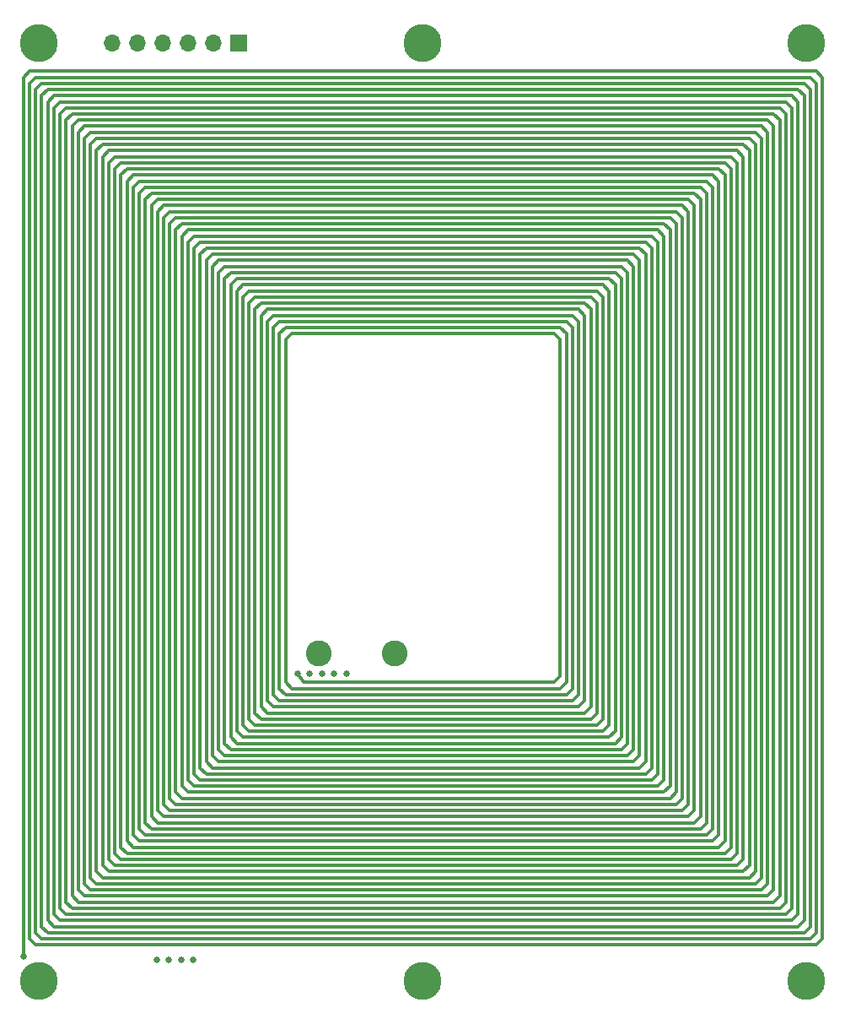
<source format=gbr>
%TF.GenerationSoftware,KiCad,Pcbnew,(6.0.5)*%
%TF.CreationDate,2022-08-19T15:48:38-07:00*%
%TF.ProjectId,Coil_Panels_XY,436f696c-5f50-4616-9e65-6c735f58592e,rev?*%
%TF.SameCoordinates,Original*%
%TF.FileFunction,Copper,L1,Top*%
%TF.FilePolarity,Positive*%
%FSLAX46Y46*%
G04 Gerber Fmt 4.6, Leading zero omitted, Abs format (unit mm)*
G04 Created by KiCad (PCBNEW (6.0.5)) date 2022-08-19 15:48:38*
%MOMM*%
%LPD*%
G01*
G04 APERTURE LIST*
%TA.AperFunction,ComponentPad*%
%ADD10C,2.600000*%
%TD*%
%TA.AperFunction,ConnectorPad*%
%ADD11C,3.800000*%
%TD*%
%TA.AperFunction,ComponentPad*%
%ADD12R,1.700000X1.700000*%
%TD*%
%TA.AperFunction,ComponentPad*%
%ADD13O,1.700000X1.700000*%
%TD*%
%TA.AperFunction,ViaPad*%
%ADD14C,0.650000*%
%TD*%
%TA.AperFunction,Conductor*%
%ADD15C,0.306000*%
%TD*%
G04 APERTURE END LIST*
D10*
%TO.P,H1,1,1*%
%TO.N,unconnected-(H1-Pad1)*%
X111942000Y-49921999D03*
D11*
X111942000Y-49921999D03*
%TD*%
D12*
%TO.P,J1,1,Pin_1*%
%TO.N,Net-(J1-Pad1)*%
X131942000Y-49921999D03*
D13*
%TO.P,J1,2,Pin_2*%
%TO.N,Net-(J1-Pad2)*%
X129402000Y-49921999D03*
%TO.P,J1,3,Pin_3*%
%TO.N,Net-(J1-Pad3)*%
X126862000Y-49921999D03*
%TO.P,J1,4,Pin_4*%
%TO.N,Net-(J1-Pad4)*%
X124322000Y-49921999D03*
%TO.P,J1,5,Pin_5*%
%TO.N,Net-(J1-Pad5)*%
X121782000Y-49921999D03*
%TO.P,J1,6,Pin_6*%
%TO.N,Net-(J1-Pad6)*%
X119242000Y-49921999D03*
%TD*%
D10*
%TO.P,H5,1,1*%
%TO.N,unconnected-(H5-Pad1)*%
X150442000Y-143921999D03*
D11*
X150442000Y-143921999D03*
%TD*%
%TO.P,H4,1,1*%
%TO.N,unconnected-(H4-Pad1)*%
X111942000Y-143921999D03*
D10*
X111942000Y-143921999D03*
%TD*%
%TO.P,TP1,1,1*%
%TO.N,Coil_OUT*%
X139986000Y-111092000D03*
%TO.P,TP1,2,2*%
X147606000Y-111092000D03*
%TD*%
%TO.P,H2,1,1*%
%TO.N,unconnected-(H2-Pad1)*%
X150442000Y-49921999D03*
D11*
X150442000Y-49921999D03*
%TD*%
D10*
%TO.P,H3,1,1*%
%TO.N,unconnected-(H3-Pad1)*%
X188942000Y-49921999D03*
D11*
X188942000Y-49921999D03*
%TD*%
D10*
%TO.P,H6,1,1*%
%TO.N,unconnected-(H6-Pad1)*%
X188942000Y-143921999D03*
D11*
X188942000Y-143921999D03*
%TD*%
D14*
%TO.N,Coil_OUT*%
X126184000Y-141856000D03*
X127408000Y-141856000D03*
X123736000Y-141856000D03*
X140358000Y-113092000D03*
X124960000Y-141856000D03*
X137910000Y-113092000D03*
X139134000Y-113092000D03*
X142806000Y-113092000D03*
X110394000Y-141513999D03*
X141582000Y-113092000D03*
%TD*%
D15*
%TO.N,Coil_OUT*%
X176518000Y-126862000D02*
X125058000Y-126862000D01*
X188146000Y-54550000D02*
X188758000Y-55162000D01*
X167338000Y-117682000D02*
X134238000Y-117682000D01*
X175905999Y-68013999D02*
X175905999Y-125026000D01*
X121998000Y-64954000D02*
X122610000Y-64342000D01*
X186310000Y-136653999D02*
X115266000Y-136653999D01*
X167338000Y-76582000D02*
X167338000Y-116458000D01*
X174070000Y-124414000D02*
X127506000Y-124414000D01*
X183250000Y-60670000D02*
X183250000Y-132369999D01*
X129954000Y-72910000D02*
X129954000Y-120742000D01*
X121386000Y-64342000D02*
X121998000Y-63730000D01*
X110982000Y-53938000D02*
X111594000Y-53326000D01*
X187534000Y-55162000D02*
X188146000Y-55774000D01*
X181414000Y-131757999D02*
X120162000Y-131757999D01*
X165501999Y-78418000D02*
X165501999Y-114622000D01*
X170398000Y-72298000D02*
X171010000Y-72910000D01*
X163666000Y-79030000D02*
X164278000Y-79642000D01*
X122610000Y-65566000D02*
X122610000Y-128086000D01*
X176518000Y-67401999D02*
X176518000Y-125638000D01*
X186310000Y-56386000D02*
X186922000Y-56998000D01*
X133626000Y-76582000D02*
X133626000Y-117070000D01*
X136073999Y-79030000D02*
X136685999Y-78418000D01*
X136073999Y-77806000D02*
X164890000Y-77806000D01*
X169174000Y-119518000D02*
X132402000Y-119518000D01*
X188758000Y-55162000D02*
X188758000Y-137878000D01*
X133014000Y-75969999D02*
X133014000Y-117682000D01*
X164890000Y-114010000D02*
X164278000Y-114622000D01*
X189982000Y-53938000D02*
X189982000Y-139101999D01*
X115878000Y-136041999D02*
X115266000Y-135429999D01*
X112206000Y-55162000D02*
X112206000Y-138490000D01*
X118938000Y-61894000D02*
X119549999Y-61282000D01*
X119550000Y-132369999D02*
X118938000Y-131757999D01*
X133626000Y-75358000D02*
X167338000Y-75358000D01*
X131178000Y-120742000D02*
X130566000Y-120130000D01*
X180802000Y-129922000D02*
X180190000Y-130534000D01*
X125058000Y-68013999D02*
X125058000Y-125638000D01*
X187534000Y-136653999D02*
X186922000Y-137265999D01*
X173458000Y-123802000D02*
X128118000Y-123802000D01*
X186922000Y-56998000D02*
X186922000Y-136041999D01*
X118938000Y-132981999D02*
X118326000Y-132369999D01*
X130566000Y-73522000D02*
X131178000Y-72910000D01*
X186922000Y-137265999D02*
X114654000Y-137265999D01*
X167338000Y-75358000D02*
X167950000Y-75969999D01*
X129954000Y-71686000D02*
X171010000Y-71686000D01*
X118326000Y-60058000D02*
X182638000Y-60058000D01*
X134238000Y-117682000D02*
X133626000Y-117070000D01*
X173458000Y-122578000D02*
X172846000Y-123190000D01*
X118326000Y-61282000D02*
X118326000Y-132370000D01*
X164890000Y-115234000D02*
X136686000Y-115234000D01*
X124446000Y-66178000D02*
X176518000Y-66178000D01*
X134238000Y-75970000D02*
X166726000Y-75970000D01*
X117102000Y-134817999D02*
X116490000Y-134205999D01*
X112818000Y-55774000D02*
X112818000Y-137878000D01*
X169786000Y-72910000D02*
X170398000Y-73522000D01*
X166114000Y-116458000D02*
X135462000Y-116458000D01*
X134850000Y-77805999D02*
X134850000Y-115846000D01*
X129954000Y-72910000D02*
X130566000Y-72298000D01*
X173458000Y-70462000D02*
X173458000Y-122578000D01*
X129342000Y-72298000D02*
X129954000Y-71686000D01*
X175906000Y-126250000D02*
X125670000Y-126250000D01*
X177742000Y-64954000D02*
X178354000Y-65566000D01*
X127506000Y-124414000D02*
X126894000Y-123802000D01*
X185085999Y-58834000D02*
X185085999Y-134205999D01*
X120774000Y-63730000D02*
X120774000Y-129922000D01*
X133013999Y-74746000D02*
X167950000Y-74746000D01*
X183862000Y-134205999D02*
X117714000Y-134205999D01*
X167950000Y-75969999D02*
X167950000Y-117070000D01*
X113430000Y-56386000D02*
X114042000Y-55774000D01*
X188757999Y-53938000D02*
X189369999Y-54550000D01*
X117714000Y-134205999D02*
X117102000Y-133593999D01*
X121386000Y-130534000D02*
X120774000Y-129922000D01*
X115878000Y-58834000D02*
X116489999Y-58222000D01*
X177130000Y-127474000D02*
X124446000Y-127474000D01*
X180190000Y-130534000D02*
X121386000Y-130534000D01*
X126282000Y-69237999D02*
X126894000Y-68626000D01*
X180190000Y-63730000D02*
X180190000Y-129310000D01*
X123834000Y-66790000D02*
X124446000Y-66178000D01*
X133014000Y-75969999D02*
X133626000Y-75358000D01*
X123834000Y-66790000D02*
X123834000Y-126862000D01*
X171010000Y-72910000D02*
X171010000Y-120130000D01*
X185698000Y-58222000D02*
X185698000Y-134817999D01*
X165502000Y-77194000D02*
X166114000Y-77805999D01*
X127506000Y-70462000D02*
X127506000Y-123190000D01*
X179578000Y-129922000D02*
X121998000Y-129922000D01*
X183250000Y-133593999D02*
X118326000Y-133593999D01*
X131790000Y-74745999D02*
X132402000Y-74134000D01*
X175906000Y-66790000D02*
X176518000Y-67401999D01*
X166726000Y-75970000D02*
X167338000Y-76582000D01*
X125058000Y-68013999D02*
X125670000Y-67401999D01*
X166114000Y-76582000D02*
X166726000Y-77194000D01*
X186310000Y-57610000D02*
X186310000Y-135429999D01*
X172234000Y-70462000D02*
X172846000Y-71073999D01*
X186922000Y-55774000D02*
X187534000Y-56386000D01*
X120774000Y-63730000D02*
X121386000Y-63118000D01*
X183862000Y-132981999D02*
X183250000Y-133593999D01*
X123221999Y-64954000D02*
X177742000Y-64954000D01*
X165501999Y-114622000D02*
X164890000Y-115234000D01*
X184474000Y-59446000D02*
X184474000Y-133593999D01*
X184474000Y-133593999D02*
X183862000Y-134205999D01*
X120774000Y-131146000D02*
X120162000Y-130534000D01*
X169174000Y-73522000D02*
X169786000Y-74134000D01*
X132402000Y-74134000D02*
X168562000Y-74134000D01*
X181414000Y-62506000D02*
X181414000Y-130534000D01*
X185698000Y-136041999D02*
X115878000Y-136041999D01*
X170398000Y-119518000D02*
X169786000Y-120130000D01*
X175293999Y-68626000D02*
X175293999Y-124414000D01*
X174682000Y-69237999D02*
X174682000Y-123802000D01*
X114042000Y-56998000D02*
X114654000Y-56386000D01*
X180802000Y-131146000D02*
X120774000Y-131146000D01*
X133626000Y-118294000D02*
X133014000Y-117682000D01*
X126894000Y-125026000D02*
X126282000Y-124414000D01*
X184474000Y-134817999D02*
X117102000Y-134817999D01*
X174682000Y-123802000D02*
X174070000Y-124414000D01*
X190594000Y-139713999D02*
X189982000Y-140325999D01*
X130566000Y-72298000D02*
X170398000Y-72298000D01*
X118938000Y-60670000D02*
X182026000Y-60670000D01*
X116490000Y-135429999D02*
X115878000Y-134817999D01*
X127506000Y-69238000D02*
X173458000Y-69238000D01*
X174070000Y-123190000D02*
X173458000Y-123802000D01*
X189982000Y-139101999D02*
X189370000Y-139713999D01*
X118326000Y-133593999D02*
X117714000Y-132981999D01*
X174682000Y-125026000D02*
X126894000Y-125026000D01*
X117714000Y-60670000D02*
X117714000Y-132982000D01*
X188146000Y-138490000D02*
X113430000Y-138490000D01*
X182638000Y-61282000D02*
X182638000Y-131757999D01*
X188146000Y-55774000D02*
X188146000Y-137265999D01*
X171622000Y-120742000D02*
X171010000Y-121354000D01*
X125058000Y-66790000D02*
X175906000Y-66790000D01*
X114654000Y-137265999D02*
X114042000Y-136653999D01*
X166114000Y-115234000D02*
X165502000Y-115846000D01*
X178965999Y-64954000D02*
X178965999Y-128086000D01*
X178354000Y-64342000D02*
X178965999Y-64954000D01*
X166726000Y-115846000D02*
X166114000Y-116458000D01*
X115266000Y-58222000D02*
X115878000Y-57610000D01*
X177130000Y-65566000D02*
X177742000Y-66178000D01*
X177130000Y-66790000D02*
X177130000Y-126250000D01*
X166114000Y-77805999D02*
X166114000Y-115234000D01*
X134238000Y-77194000D02*
X134238000Y-116458000D01*
X172846000Y-69850000D02*
X173458000Y-70462000D01*
X121998000Y-63730000D02*
X178966000Y-63730000D01*
X123222000Y-128698000D02*
X122610000Y-128086000D01*
X175293999Y-125638000D02*
X126282000Y-125638000D01*
X112818000Y-55774000D02*
X113430000Y-55162000D01*
X126281999Y-68014000D02*
X174682000Y-68014000D01*
X111594000Y-53326000D02*
X189370000Y-53326000D01*
X118938000Y-61894000D02*
X118938000Y-131757999D01*
X164278000Y-78418000D02*
X164890000Y-79030000D01*
X119549999Y-61282000D02*
X181414000Y-61282000D01*
X123222000Y-66178000D02*
X123222000Y-127474000D01*
X113430000Y-55162000D02*
X187534000Y-55162000D01*
X112817999Y-54550000D02*
X188146000Y-54550000D01*
X186310000Y-135429999D02*
X185698000Y-136041999D01*
X179578000Y-128698000D02*
X178966000Y-129310000D01*
X114654000Y-57610000D02*
X115266000Y-56998000D01*
X178354000Y-65566000D02*
X178354000Y-127474000D01*
X123222000Y-66178000D02*
X123834000Y-65566000D01*
X114042000Y-56998000D02*
X114042000Y-136654000D01*
X123834000Y-128086000D02*
X123222000Y-127474000D01*
X182638000Y-60058000D02*
X183250000Y-60670000D01*
X131790000Y-73522000D02*
X169174000Y-73522000D01*
X168561999Y-117682000D02*
X167950000Y-118294000D01*
X110370000Y-53326000D02*
X110982000Y-52714000D01*
X126894000Y-68626000D02*
X174070000Y-68626000D01*
X120162000Y-61894000D02*
X180802000Y-61894000D01*
X117102000Y-60058000D02*
X117102000Y-133594000D01*
X164890000Y-77806000D02*
X165501999Y-78418000D01*
X114042000Y-55774000D02*
X186922000Y-55774000D01*
X166726000Y-117070000D02*
X134850000Y-117070000D01*
X117102000Y-60058000D02*
X117714000Y-59446000D01*
X180802000Y-61894000D02*
X181414000Y-62506000D01*
X128118000Y-69850000D02*
X172846000Y-69850000D01*
X164890000Y-79030000D02*
X164890000Y-114010000D01*
X136686000Y-79642000D02*
X137298000Y-79030000D01*
X121998000Y-129922000D02*
X121386000Y-129310000D01*
X121998000Y-64954000D02*
X121998000Y-128698000D01*
X185698000Y-134817999D02*
X185086000Y-135429999D01*
X136074000Y-115846000D02*
X135462000Y-115234000D01*
X169174000Y-74745999D02*
X169174000Y-118294000D01*
X171622000Y-72298000D02*
X171622000Y-120742000D01*
X115878000Y-57610000D02*
X185086000Y-57610000D01*
X131178000Y-72910000D02*
X169786000Y-72910000D01*
X171010000Y-121354000D02*
X130566000Y-121354000D01*
X113430000Y-56386000D02*
X113430000Y-137266000D01*
X128730000Y-71686000D02*
X129342000Y-71074000D01*
X125670000Y-68626000D02*
X125670000Y-125026000D01*
X168562000Y-74134000D02*
X169174000Y-74745999D01*
X137298000Y-114622000D02*
X136686000Y-114010000D01*
X121386000Y-64342000D02*
X121386000Y-129310000D01*
X135462000Y-77194000D02*
X165502000Y-77194000D01*
X112206000Y-55162000D02*
X112817999Y-54550000D01*
X114654000Y-57610000D02*
X114654000Y-136042000D01*
X171622000Y-121966000D02*
X129954000Y-121966000D01*
X184474000Y-58222000D02*
X185085999Y-58834000D01*
X126894000Y-69850000D02*
X127506000Y-69238000D01*
X172233999Y-71686000D02*
X172233999Y-121354000D01*
X116489999Y-58222000D02*
X184474000Y-58222000D01*
X119550000Y-62506000D02*
X120162000Y-61894000D01*
X126282000Y-125638000D02*
X125670000Y-125026000D01*
X132402000Y-75358000D02*
X133013999Y-74746000D01*
X128118000Y-71073999D02*
X128730000Y-70462000D01*
X111594000Y-54550000D02*
X111594000Y-139102000D01*
X115266000Y-136653999D02*
X114654000Y-136041999D01*
X188758000Y-137878000D02*
X188146000Y-138490000D01*
X113430000Y-138490000D02*
X112818000Y-137878000D01*
X126282000Y-69237999D02*
X126282000Y-124414000D01*
X179578000Y-63118000D02*
X180190000Y-63730000D01*
X166726000Y-77194000D02*
X166726000Y-115846000D01*
X189982000Y-52714000D02*
X190594000Y-53326000D01*
X129342000Y-72298000D02*
X129342000Y-121354000D01*
X171622000Y-71074000D02*
X172233999Y-71686000D01*
X183250000Y-132369999D02*
X182638000Y-132981999D01*
X134850000Y-117070000D02*
X134238000Y-116458000D01*
X116490000Y-59446000D02*
X117102000Y-58834000D01*
X188146000Y-137265999D02*
X187534000Y-137877999D01*
X136685999Y-78418000D02*
X164278000Y-78418000D01*
X176518000Y-66178000D02*
X177130000Y-66790000D01*
X120162000Y-131757999D02*
X119550000Y-131145999D01*
X175293999Y-67401999D02*
X175905999Y-68013999D01*
X164278000Y-79642000D02*
X164278000Y-113398000D01*
X115878000Y-58834000D02*
X115878000Y-134817999D01*
X180190000Y-62506000D02*
X180802000Y-63118000D01*
X116490000Y-59446000D02*
X116490000Y-134206000D01*
X117102000Y-58834000D02*
X183862000Y-58834000D01*
X189370000Y-53326000D02*
X189982000Y-53938000D01*
X167950000Y-74746000D02*
X168561999Y-75358000D01*
X169786000Y-120130000D02*
X131790000Y-120130000D01*
X124446000Y-67401999D02*
X125058000Y-66790000D01*
X111594000Y-54550000D02*
X112206000Y-53938000D01*
X110982000Y-53938000D02*
X110982000Y-139714000D01*
X178966000Y-63730000D02*
X179578000Y-64342000D01*
X172234000Y-122578000D02*
X129342000Y-122578000D01*
X186922000Y-136041999D02*
X186310000Y-136653999D01*
X128730000Y-71686000D02*
X128730000Y-121966000D01*
X183250000Y-59446000D02*
X183862000Y-60058000D01*
X127506000Y-70462000D02*
X128118000Y-69850000D01*
X183862000Y-60058000D02*
X183862000Y-132981999D01*
X168562000Y-118906000D02*
X133014000Y-118906000D01*
X180802000Y-63118000D02*
X180802000Y-129922000D01*
X129954000Y-121966000D02*
X129342000Y-121354000D01*
X171010000Y-120130000D02*
X170398000Y-120742000D01*
X136686000Y-115234000D02*
X136074000Y-114622000D01*
X110982000Y-52714000D02*
X189982000Y-52714000D01*
X174682000Y-68014000D02*
X175293999Y-68626000D01*
X167338000Y-116458000D02*
X166726000Y-117070000D01*
X134850000Y-77805999D02*
X135462000Y-77194000D01*
X132402000Y-75358000D02*
X132402000Y-118294000D01*
X189369999Y-54550000D02*
X189369999Y-138490000D01*
X164278000Y-113398000D02*
X163666000Y-114010000D01*
X178354000Y-127474000D02*
X177742000Y-128086000D01*
X182026000Y-60670000D02*
X182638000Y-61282000D01*
X133014000Y-118906000D02*
X132402000Y-118294000D01*
X115266000Y-58222000D02*
X115266000Y-135430000D01*
X187534000Y-137877999D02*
X114042000Y-137877999D01*
X124446000Y-67401999D02*
X124446000Y-126250000D01*
X120774000Y-62506000D02*
X180190000Y-62506000D01*
X179578000Y-64342000D02*
X179578000Y-128698000D01*
X138522000Y-114010000D02*
X137910000Y-113092000D01*
X132402000Y-119518000D02*
X131790000Y-118906000D01*
X114042000Y-137877999D02*
X113430000Y-137265999D01*
X131790000Y-74745999D02*
X131790000Y-118906000D01*
X189982000Y-140325999D02*
X111594000Y-140325999D01*
X185698000Y-56998000D02*
X186310000Y-57610000D01*
X117714000Y-59446000D02*
X183250000Y-59446000D01*
X110370000Y-140326000D02*
X110370000Y-141413999D01*
X134850000Y-76582000D02*
X166114000Y-76582000D01*
X112818000Y-139101999D02*
X112206000Y-138490000D01*
X178965999Y-128086000D02*
X178354000Y-128698000D01*
X128118000Y-123802000D02*
X127506000Y-123190000D01*
X181414000Y-130534000D02*
X180802000Y-131146000D01*
X173458000Y-69238000D02*
X174070000Y-69850000D01*
X120162000Y-63118000D02*
X120774000Y-62506000D01*
X131178000Y-74134000D02*
X131178000Y-119518000D01*
X175905999Y-125026000D02*
X175293999Y-125638000D01*
X128730000Y-123190000D02*
X128118000Y-122578000D01*
X182638000Y-132981999D02*
X118938000Y-132981999D01*
X176518000Y-125638000D02*
X175906000Y-126250000D01*
X121386000Y-63118000D02*
X179578000Y-63118000D01*
X122610000Y-64342000D02*
X178354000Y-64342000D01*
X130566000Y-121354000D02*
X129954000Y-120742000D01*
X115266000Y-56998000D02*
X185698000Y-56998000D01*
X128730000Y-70462000D02*
X172234000Y-70462000D01*
X174070000Y-69850000D02*
X174070000Y-123190000D01*
X169174000Y-118294000D02*
X168562000Y-118906000D01*
X171010000Y-71686000D02*
X171622000Y-72298000D01*
X135462000Y-116458000D02*
X134850000Y-115846000D01*
X172846000Y-123190000D02*
X128730000Y-123190000D01*
X185086000Y-135429999D02*
X116490000Y-135429999D01*
X177742000Y-126862000D02*
X177130000Y-127474000D01*
X122610000Y-65566000D02*
X123221999Y-64954000D01*
X189370000Y-139713999D02*
X112206000Y-139713999D01*
X112206000Y-139713999D02*
X111594000Y-139101999D01*
X111594000Y-140325999D02*
X110982000Y-139713999D01*
X172846000Y-121966000D02*
X172234000Y-122578000D01*
X172846000Y-71073999D02*
X172846000Y-121966000D01*
X169786000Y-118906000D02*
X169174000Y-119518000D01*
X188757999Y-139101999D02*
X112818000Y-139101999D01*
X185086000Y-57610000D02*
X185698000Y-58222000D01*
X177742000Y-128086000D02*
X123834000Y-128086000D01*
X129342000Y-71074000D02*
X171622000Y-71074000D01*
X129342000Y-122578000D02*
X128730000Y-121966000D01*
X175293999Y-124414000D02*
X174682000Y-125026000D01*
X135462000Y-78418000D02*
X136073999Y-77806000D01*
X167950000Y-117070000D02*
X167338000Y-117682000D01*
X167950000Y-118294000D02*
X133626000Y-118294000D01*
X174070000Y-68626000D02*
X174682000Y-69237999D01*
X164278000Y-114622000D02*
X137298000Y-114622000D01*
X172233999Y-121354000D02*
X171622000Y-121966000D01*
X110370000Y-53326000D02*
X110370000Y-140326000D01*
X125670000Y-67401999D02*
X175293999Y-67401999D01*
X123834000Y-65566000D02*
X177130000Y-65566000D01*
X131178000Y-74134000D02*
X131790000Y-73522000D01*
X112206000Y-53938000D02*
X188757999Y-53938000D01*
X125670000Y-68626000D02*
X126281999Y-68014000D01*
X134238000Y-77194000D02*
X134850000Y-76582000D01*
X182026000Y-132369999D02*
X119550000Y-132369999D01*
X177742000Y-66178000D02*
X177742000Y-126862000D01*
X128118000Y-71073999D02*
X128118000Y-122578000D01*
X182025999Y-131145999D02*
X181414000Y-131757999D01*
X187534000Y-56386000D02*
X187534000Y-136653999D01*
X177130000Y-126250000D02*
X176518000Y-126862000D01*
X180190000Y-129310000D02*
X179578000Y-129922000D01*
X133626000Y-76582000D02*
X134238000Y-75970000D01*
X165502000Y-115846000D02*
X136074000Y-115846000D01*
X119550000Y-62506000D02*
X119550000Y-131146000D01*
X178966000Y-129310000D02*
X122610000Y-129310000D01*
X130566000Y-73522000D02*
X130566000Y-120130000D01*
X136686000Y-79642000D02*
X136686000Y-114010000D01*
X120162000Y-63118000D02*
X120162000Y-130534000D01*
X125670000Y-126250000D02*
X125058000Y-125638000D01*
X122610000Y-129310000D02*
X121998000Y-128698000D01*
X125058000Y-126862000D02*
X124446000Y-126250000D01*
X178354000Y-128698000D02*
X123222000Y-128698000D01*
X185085999Y-134205999D02*
X184474000Y-134817999D01*
X169786000Y-74134000D02*
X169786000Y-118906000D01*
X118326000Y-61282000D02*
X118938000Y-60670000D01*
X190594000Y-53326000D02*
X190594000Y-139713999D01*
X183862000Y-58834000D02*
X184474000Y-59446000D01*
X126894000Y-69850000D02*
X126894000Y-123802000D01*
X114654000Y-56386000D02*
X186310000Y-56386000D01*
X137298000Y-79030000D02*
X163666000Y-79030000D01*
X131790000Y-120130000D02*
X131178000Y-119518000D01*
X181414000Y-61282000D02*
X182025999Y-61894000D01*
X163666000Y-114010000D02*
X138522000Y-114010000D01*
X117714000Y-60670000D02*
X118326000Y-60058000D01*
X135462000Y-78418000D02*
X135462000Y-115234000D01*
X168561999Y-75358000D02*
X168561999Y-117682000D01*
X170398000Y-73522000D02*
X170398000Y-119518000D01*
X182025999Y-61894000D02*
X182025999Y-131145999D01*
X124446000Y-127474000D02*
X123834000Y-126862000D01*
X136073999Y-79030000D02*
X136073999Y-114622000D01*
X170398000Y-120742000D02*
X131178000Y-120742000D01*
X182638000Y-131757999D02*
X182026000Y-132369999D01*
X189369999Y-138490000D02*
X188757999Y-139101999D01*
%TD*%
M02*

</source>
